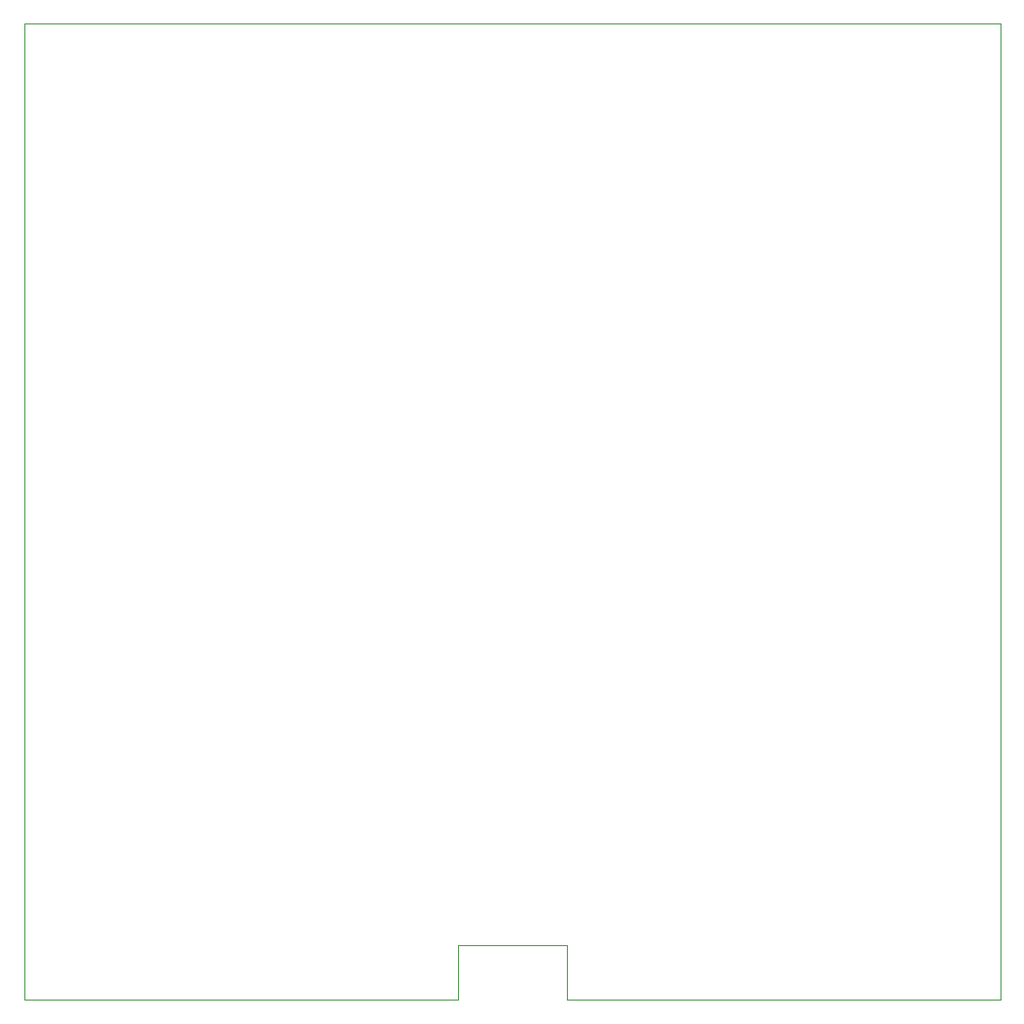
<source format=gbr>
%TF.GenerationSoftware,Altium Limited,Altium Designer,19.1.6 (110)*%
G04 Layer_Color=0*
%FSLAX43Y43*%
%MOMM*%
%TF.FileFunction,Profile,NP*%
%TF.Part,Single*%
G01*
G75*
%TA.AperFunction,Profile*%
%ADD47C,0.025*%
D47*
X0Y0D02*
Y88000D01*
X88000D01*
Y0D01*
X48900D01*
Y4900D01*
X39100D01*
Y0D01*
X0D01*
%TF.MD5,3916718e17f08d3626408f5aac57cf61*%
M02*

</source>
